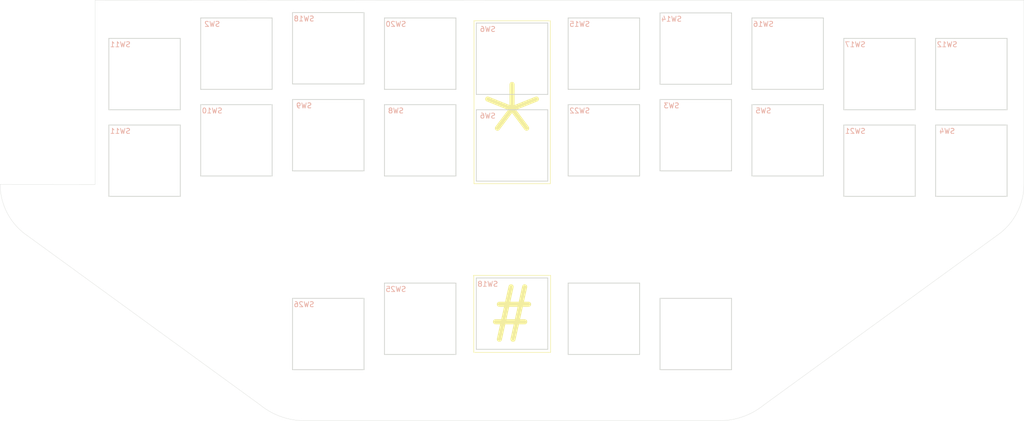
<source format=kicad_pcb>
(kicad_pcb (version 20171130) (host pcbnew 5.1.10)

  (general
    (thickness 1.6)
    (drawings 43)
    (tracks 0)
    (zones 0)
    (modules 25)
    (nets 1)
  )

  (page A4)
  (layers
    (0 F.Cu signal)
    (31 B.Cu signal)
    (32 B.Adhes user)
    (33 F.Adhes user)
    (34 B.Paste user)
    (35 F.Paste user)
    (36 B.SilkS user)
    (37 F.SilkS user hide)
    (38 B.Mask user)
    (39 F.Mask user)
    (40 Dwgs.User user hide)
    (41 Cmts.User user)
    (42 Eco1.User user)
    (43 Eco2.User user)
    (44 Edge.Cuts user)
    (45 Margin user)
    (46 B.CrtYd user)
    (47 F.CrtYd user)
    (48 B.Fab user)
    (49 F.Fab user)
  )

  (setup
    (last_trace_width 0.25)
    (trace_clearance 0.2)
    (zone_clearance 0.508)
    (zone_45_only no)
    (trace_min 0.2)
    (via_size 0.8)
    (via_drill 0.4)
    (via_min_size 0.4)
    (via_min_drill 0.3)
    (uvia_size 0.3)
    (uvia_drill 0.1)
    (uvias_allowed no)
    (uvia_min_size 0.2)
    (uvia_min_drill 0.1)
    (edge_width 0.05)
    (segment_width 0.2)
    (pcb_text_width 0.3)
    (pcb_text_size 1.5 1.5)
    (mod_edge_width 0.12)
    (mod_text_size 1 1)
    (mod_text_width 0.15)
    (pad_size 2.032 2.032)
    (pad_drill 1.27)
    (pad_to_mask_clearance 0)
    (aux_axis_origin 0 0)
    (visible_elements FFFFFF7F)
    (pcbplotparams
      (layerselection 0x010fc_ffffffff)
      (usegerberextensions false)
      (usegerberattributes true)
      (usegerberadvancedattributes true)
      (creategerberjobfile true)
      (excludeedgelayer true)
      (linewidth 0.100000)
      (plotframeref false)
      (viasonmask false)
      (mode 1)
      (useauxorigin false)
      (hpglpennumber 1)
      (hpglpenspeed 20)
      (hpglpendiameter 15.000000)
      (psnegative false)
      (psa4output false)
      (plotreference true)
      (plotvalue true)
      (plotinvisibletext false)
      (padsonsilk false)
      (subtractmaskfromsilk false)
      (outputformat 1)
      (mirror false)
      (drillshape 1)
      (scaleselection 1)
      (outputdirectory ""))
  )

  (net 0 "")

  (net_class Default "This is the default net class."
    (clearance 0.2)
    (trace_width 0.25)
    (via_dia 0.8)
    (via_drill 0.4)
    (uvia_dia 0.3)
    (uvia_drill 0.1)
  )

  (module Kailh:SW_PG1350_cut (layer F.Cu) (tedit 5F05DFF4) (tstamp 61804C4E)
    (at 133 91)
    (descr "Kailh \"Choc\" PG1350 keyswitch, able to be mounted on front or back of PCB")
    (tags kailh,choc)
    (path /6049F698)
    (fp_text reference SW6 (at 4.98 -5.69 180) (layer Dwgs.User) hide
      (effects (font (size 1 1) (thickness 0.15)))
    )
    (fp_text value SW_Push (at -0.07 8.17 180) (layer Dwgs.User) hide
      (effects (font (size 1 1) (thickness 0.15)))
    )
    (fp_text user %V (at 0 8.255) (layer B.Fab)
      (effects (font (size 1 1) (thickness 0.15)) (justify mirror))
    )
    (fp_text user %R (at -4.76 -5.8) (layer B.SilkS)
      (effects (font (size 1 1) (thickness 0.15)) (justify mirror))
    )
    (fp_line (start -7 -7) (end 7 -7) (layer Edge.Cuts) (width 0.15))
    (fp_line (start -7 7) (end 7 7) (layer Edge.Cuts) (width 0.15))
    (fp_line (start -7 7) (end -7 -7) (layer Edge.Cuts) (width 0.15))
    (fp_line (start 7 7) (end 7 -7) (layer Edge.Cuts) (width 0.15))
  )

  (module Kailh:SW_PG1350_cut (layer F.Cu) (tedit 5F05DFF4) (tstamp 618048F3)
    (at 133 124)
    (descr "Kailh \"Choc\" PG1350 keyswitch, able to be mounted on front or back of PCB")
    (tags kailh,choc)
    (path /6180ED95)
    (fp_text reference SW18 (at 4.98 -5.69 180) (layer Dwgs.User) hide
      (effects (font (size 1 1) (thickness 0.15)))
    )
    (fp_text value SW_Push (at -0.07 8.17 180) (layer Dwgs.User) hide
      (effects (font (size 1 1) (thickness 0.15)))
    )
    (fp_text user %V (at 0 8.255) (layer B.Fab)
      (effects (font (size 1 1) (thickness 0.15)) (justify mirror))
    )
    (fp_text user %R (at -4.76 -5.8) (layer B.SilkS)
      (effects (font (size 1 1) (thickness 0.15)) (justify mirror))
    )
    (fp_line (start -7 -7) (end 7 -7) (layer Edge.Cuts) (width 0.15))
    (fp_line (start -7 7) (end 7 7) (layer Edge.Cuts) (width 0.15))
    (fp_line (start -7 7) (end -7 -7) (layer Edge.Cuts) (width 0.15))
    (fp_line (start 7 7) (end 7 -7) (layer Edge.Cuts) (width 0.15))
  )

  (module Kailh:SW_PG1350_cut (layer F.Cu) (tedit 5F05DFF4) (tstamp 618048D0)
    (at 151 125)
    (descr "Kailh \"Choc\" PG1350 keyswitch, able to be mounted on front or back of PCB")
    (tags kailh,choc)
    (path /6180ED95)
    (fp_text reference SW24 (at 4.98 -5.69 180) (layer Dwgs.User) hide
      (effects (font (size 1 1) (thickness 0.15)))
    )
    (fp_text value SW_Push (at -0.07 8.17 180) (layer Dwgs.User) hide
      (effects (font (size 1 1) (thickness 0.15)))
    )
    (fp_text user %R (at 0 0 180) (layer F.Fab)
      (effects (font (size 1 1) (thickness 0.15)))
    )
    (fp_text user %V (at 0 8.255) (layer B.Fab)
      (effects (font (size 1 1) (thickness 0.15)) (justify mirror))
    )
    (fp_line (start -7 -7) (end 7 -7) (layer Edge.Cuts) (width 0.15))
    (fp_line (start -7 7) (end 7 7) (layer Edge.Cuts) (width 0.15))
    (fp_line (start -7 7) (end -7 -7) (layer Edge.Cuts) (width 0.15))
    (fp_line (start 7 7) (end 7 -7) (layer Edge.Cuts) (width 0.15))
  )

  (module Kailh:SW_PG1350_cut (layer F.Cu) (tedit 5F05DFF4) (tstamp 618048AD)
    (at 169 128)
    (descr "Kailh \"Choc\" PG1350 keyswitch, able to be mounted on front or back of PCB")
    (tags kailh,choc)
    (path /6180FB88)
    (fp_text reference SW23 (at 4.98 -5.69 180) (layer Dwgs.User) hide
      (effects (font (size 1 1) (thickness 0.15)))
    )
    (fp_text value SW_Push (at -0.07 8.17 180) (layer Dwgs.User) hide
      (effects (font (size 1 1) (thickness 0.15)))
    )
    (fp_text user %R (at 0 0 180) (layer F.Fab)
      (effects (font (size 1 1) (thickness 0.15)))
    )
    (fp_text user %V (at 0 8.255) (layer B.Fab)
      (effects (font (size 1 1) (thickness 0.15)) (justify mirror))
    )
    (fp_line (start -7 -7) (end 7 -7) (layer Edge.Cuts) (width 0.15))
    (fp_line (start -7 7) (end 7 7) (layer Edge.Cuts) (width 0.15))
    (fp_line (start -7 7) (end -7 -7) (layer Edge.Cuts) (width 0.15))
    (fp_line (start 7 7) (end 7 -7) (layer Edge.Cuts) (width 0.15))
  )

  (module Kailh:SW_PG1350_cut (layer F.Cu) (tedit 5F05DFF4) (tstamp 61807DD1)
    (at 61 94)
    (descr "Kailh \"Choc\" PG1350 keyswitch, able to be mounted on front or back of PCB")
    (tags kailh,choc)
    (path /604A6D66)
    (fp_text reference SW11 (at 4.98 -5.69 180) (layer Dwgs.User) hide
      (effects (font (size 1 1) (thickness 0.15)))
    )
    (fp_text value SW_Push (at -0.07 8.17 180) (layer Dwgs.User) hide
      (effects (font (size 1 1) (thickness 0.15)))
    )
    (fp_text user %V (at 0 8.255) (layer B.Fab)
      (effects (font (size 1 1) (thickness 0.15)) (justify mirror))
    )
    (fp_text user %R (at -4.76 -5.8) (layer B.SilkS)
      (effects (font (size 1 1) (thickness 0.15)) (justify mirror))
    )
    (fp_line (start -7 -7) (end 7 -7) (layer Edge.Cuts) (width 0.15))
    (fp_line (start -7 7) (end 7 7) (layer Edge.Cuts) (width 0.15))
    (fp_line (start -7 7) (end -7 -7) (layer Edge.Cuts) (width 0.15))
    (fp_line (start 7 7) (end 7 -7) (layer Edge.Cuts) (width 0.15))
  )

  (module Kailh:SW_PG1350_cut (layer F.Cu) (tedit 5F05DFF4) (tstamp 618069A0)
    (at 133 74)
    (descr "Kailh \"Choc\" PG1350 keyswitch, able to be mounted on front or back of PCB")
    (tags kailh,choc)
    (path /6049F698)
    (fp_text reference SW6 (at 4.98 -5.69 180) (layer Dwgs.User) hide
      (effects (font (size 1 1) (thickness 0.15)))
    )
    (fp_text value SW_Push (at -0.07 8.17 180) (layer Dwgs.User) hide
      (effects (font (size 1 1) (thickness 0.15)))
    )
    (fp_text user %V (at 0 8.255) (layer B.Fab)
      (effects (font (size 1 1) (thickness 0.15)) (justify mirror))
    )
    (fp_text user %R (at -4.76 -5.8) (layer B.SilkS)
      (effects (font (size 1 1) (thickness 0.15)) (justify mirror))
    )
    (fp_line (start -7 -7) (end 7 -7) (layer Edge.Cuts) (width 0.15))
    (fp_line (start -7 7) (end 7 7) (layer Edge.Cuts) (width 0.15))
    (fp_line (start -7 7) (end -7 -7) (layer Edge.Cuts) (width 0.15))
    (fp_line (start 7 7) (end 7 -7) (layer Edge.Cuts) (width 0.15))
  )

  (module Kailh:SW_PG1350_cut (layer F.Cu) (tedit 5F05DFF4) (tstamp 618067FA)
    (at 79 73)
    (descr "Kailh \"Choc\" PG1350 keyswitch, able to be mounted on front or back of PCB")
    (tags kailh,choc)
    (path /6049E323)
    (fp_text reference SW2 (at 4.98 -5.69 180) (layer Dwgs.User) hide
      (effects (font (size 1 1) (thickness 0.15)))
    )
    (fp_text value SW_Push (at -0.07 8.17 180) (layer Dwgs.User) hide
      (effects (font (size 1 1) (thickness 0.15)))
    )
    (fp_text user %V (at 0 8.255) (layer B.Fab)
      (effects (font (size 1 1) (thickness 0.15)) (justify mirror))
    )
    (fp_text user %R (at -4.76 -5.8) (layer B.SilkS)
      (effects (font (size 1 1) (thickness 0.15)) (justify mirror))
    )
    (fp_line (start -7 -7) (end 7 -7) (layer Edge.Cuts) (width 0.15))
    (fp_line (start -7 7) (end 7 7) (layer Edge.Cuts) (width 0.15))
    (fp_line (start -7 7) (end -7 -7) (layer Edge.Cuts) (width 0.15))
    (fp_line (start 7 7) (end 7 -7) (layer Edge.Cuts) (width 0.15))
  )

  (module Kailh:SW_PG1350_cut (layer F.Cu) (tedit 5F05DFF4) (tstamp 61804EE5)
    (at 97 128)
    (descr "Kailh \"Choc\" PG1350 keyswitch, able to be mounted on front or back of PCB")
    (tags kailh,choc)
    (path /6180D557)
    (fp_text reference SW26 (at 4.98 -5.69 180) (layer Dwgs.User) hide
      (effects (font (size 1 1) (thickness 0.15)))
    )
    (fp_text value SW_Push (at -0.07 8.17 180) (layer Dwgs.User) hide
      (effects (font (size 1 1) (thickness 0.15)))
    )
    (fp_text user %V (at 0 8.255) (layer B.Fab)
      (effects (font (size 1 1) (thickness 0.15)) (justify mirror))
    )
    (fp_text user %R (at -4.76 -5.8) (layer B.SilkS)
      (effects (font (size 1 1) (thickness 0.15)) (justify mirror))
    )
    (fp_line (start -7 -7) (end 7 -7) (layer Edge.Cuts) (width 0.15))
    (fp_line (start -7 7) (end 7 7) (layer Edge.Cuts) (width 0.15))
    (fp_line (start -7 7) (end -7 -7) (layer Edge.Cuts) (width 0.15))
    (fp_line (start 7 7) (end 7 -7) (layer Edge.Cuts) (width 0.15))
  )

  (module Kailh:SW_PG1350_cut (layer F.Cu) (tedit 5F05DFF4) (tstamp 61804EBE)
    (at 115 125)
    (descr "Kailh \"Choc\" PG1350 keyswitch, able to be mounted on front or back of PCB")
    (tags kailh,choc)
    (path /6180F603)
    (fp_text reference SW25 (at 4.98 -5.69 180) (layer Dwgs.User) hide
      (effects (font (size 1 1) (thickness 0.15)))
    )
    (fp_text value SW_Push (at -0.07 8.17 180) (layer Dwgs.User) hide
      (effects (font (size 1 1) (thickness 0.15)))
    )
    (fp_text user %V (at 0 8.255) (layer B.Fab)
      (effects (font (size 1 1) (thickness 0.15)) (justify mirror))
    )
    (fp_text user %R (at -4.76 -5.8) (layer B.SilkS)
      (effects (font (size 1 1) (thickness 0.15)) (justify mirror))
    )
    (fp_line (start -7 -7) (end 7 -7) (layer Edge.Cuts) (width 0.15))
    (fp_line (start -7 7) (end 7 7) (layer Edge.Cuts) (width 0.15))
    (fp_line (start -7 7) (end -7 -7) (layer Edge.Cuts) (width 0.15))
    (fp_line (start 7 7) (end 7 -7) (layer Edge.Cuts) (width 0.15))
  )

  (module Kailh:SW_PG1350_cut (layer F.Cu) (tedit 5F05DFF4) (tstamp 61804E49)
    (at 151 90)
    (descr "Kailh \"Choc\" PG1350 keyswitch, able to be mounted on front or back of PCB")
    (tags kailh,choc)
    (path /618103EE)
    (fp_text reference SW22 (at 4.98 -5.69 180) (layer Dwgs.User) hide
      (effects (font (size 1 1) (thickness 0.15)))
    )
    (fp_text value SW_Push (at -0.07 8.17 180) (layer Dwgs.User) hide
      (effects (font (size 1 1) (thickness 0.15)))
    )
    (fp_text user %V (at 0 8.255) (layer B.Fab)
      (effects (font (size 1 1) (thickness 0.15)) (justify mirror))
    )
    (fp_text user %R (at -4.76 -5.8) (layer B.SilkS)
      (effects (font (size 1 1) (thickness 0.15)) (justify mirror))
    )
    (fp_line (start -7 -7) (end 7 -7) (layer Edge.Cuts) (width 0.15))
    (fp_line (start -7 7) (end 7 7) (layer Edge.Cuts) (width 0.15))
    (fp_line (start -7 7) (end -7 -7) (layer Edge.Cuts) (width 0.15))
    (fp_line (start 7 7) (end 7 -7) (layer Edge.Cuts) (width 0.15))
  )

  (module Kailh:SW_PG1350_cut (layer F.Cu) (tedit 5F05DFF4) (tstamp 61804E22)
    (at 205 94)
    (descr "Kailh \"Choc\" PG1350 keyswitch, able to be mounted on front or back of PCB")
    (tags kailh,choc)
    (path /604A14CA)
    (fp_text reference SW21 (at 4.98 -5.69 180) (layer Dwgs.User) hide
      (effects (font (size 1 1) (thickness 0.15)))
    )
    (fp_text value SW_Push (at -0.07 8.17 180) (layer Dwgs.User) hide
      (effects (font (size 1 1) (thickness 0.15)))
    )
    (fp_text user %V (at 0 8.255) (layer B.Fab)
      (effects (font (size 1 1) (thickness 0.15)) (justify mirror))
    )
    (fp_text user %R (at -4.76 -5.8) (layer B.SilkS)
      (effects (font (size 1 1) (thickness 0.15)) (justify mirror))
    )
    (fp_line (start -7 -7) (end 7 -7) (layer Edge.Cuts) (width 0.15))
    (fp_line (start -7 7) (end 7 7) (layer Edge.Cuts) (width 0.15))
    (fp_line (start -7 7) (end -7 -7) (layer Edge.Cuts) (width 0.15))
    (fp_line (start 7 7) (end 7 -7) (layer Edge.Cuts) (width 0.15))
  )

  (module Kailh:SW_PG1350_cut (layer F.Cu) (tedit 5F05DFF4) (tstamp 61804DFB)
    (at 115 73)
    (descr "Kailh \"Choc\" PG1350 keyswitch, able to be mounted on front or back of PCB")
    (tags kailh,choc)
    (path /604A14C0)
    (fp_text reference SW20 (at 4.98 -5.69 180) (layer Dwgs.User) hide
      (effects (font (size 1 1) (thickness 0.15)))
    )
    (fp_text value SW_Push (at -0.07 8.17 180) (layer Dwgs.User) hide
      (effects (font (size 1 1) (thickness 0.15)))
    )
    (fp_text user %V (at 0 8.255) (layer B.Fab)
      (effects (font (size 1 1) (thickness 0.15)) (justify mirror))
    )
    (fp_text user %R (at -4.76 -5.8) (layer B.SilkS)
      (effects (font (size 1 1) (thickness 0.15)) (justify mirror))
    )
    (fp_line (start -7 -7) (end 7 -7) (layer Edge.Cuts) (width 0.15))
    (fp_line (start -7 7) (end 7 7) (layer Edge.Cuts) (width 0.15))
    (fp_line (start -7 7) (end -7 -7) (layer Edge.Cuts) (width 0.15))
    (fp_line (start 7 7) (end 7 -7) (layer Edge.Cuts) (width 0.15))
  )

  (module Kailh:SW_PG1350_cut (layer F.Cu) (tedit 5F05DFF4) (tstamp 61804DD4)
    (at 97 71.95)
    (descr "Kailh \"Choc\" PG1350 keyswitch, able to be mounted on front or back of PCB")
    (tags kailh,choc)
    (path /604BAF24)
    (fp_text reference SW18 (at 4.98 -5.69 180) (layer Dwgs.User) hide
      (effects (font (size 1 1) (thickness 0.15)))
    )
    (fp_text value SW_Push (at -0.07 8.17 180) (layer Dwgs.User) hide
      (effects (font (size 1 1) (thickness 0.15)))
    )
    (fp_text user %V (at 0 8.255) (layer B.Fab)
      (effects (font (size 1 1) (thickness 0.15)) (justify mirror))
    )
    (fp_text user %R (at -4.76 -5.8) (layer B.SilkS)
      (effects (font (size 1 1) (thickness 0.15)) (justify mirror))
    )
    (fp_line (start -7 -7) (end 7 -7) (layer Edge.Cuts) (width 0.15))
    (fp_line (start -7 7) (end 7 7) (layer Edge.Cuts) (width 0.15))
    (fp_line (start -7 7) (end -7 -7) (layer Edge.Cuts) (width 0.15))
    (fp_line (start 7 7) (end 7 -7) (layer Edge.Cuts) (width 0.15))
  )

  (module Kailh:SW_PG1350_cut (layer F.Cu) (tedit 5F05DFF4) (tstamp 61804DAD)
    (at 205 77)
    (descr "Kailh \"Choc\" PG1350 keyswitch, able to be mounted on front or back of PCB")
    (tags kailh,choc)
    (path /604BAF1A)
    (fp_text reference SW17 (at 4.98 -5.69 180) (layer Dwgs.User) hide
      (effects (font (size 1 1) (thickness 0.15)))
    )
    (fp_text value SW_Push (at -0.07 8.17 180) (layer Dwgs.User) hide
      (effects (font (size 1 1) (thickness 0.15)))
    )
    (fp_text user %V (at 0 8.255) (layer B.Fab)
      (effects (font (size 1 1) (thickness 0.15)) (justify mirror))
    )
    (fp_text user %R (at -4.76 -5.8) (layer B.SilkS)
      (effects (font (size 1 1) (thickness 0.15)) (justify mirror))
    )
    (fp_line (start -7 -7) (end 7 -7) (layer Edge.Cuts) (width 0.15))
    (fp_line (start -7 7) (end 7 7) (layer Edge.Cuts) (width 0.15))
    (fp_line (start -7 7) (end -7 -7) (layer Edge.Cuts) (width 0.15))
    (fp_line (start 7 7) (end 7 -7) (layer Edge.Cuts) (width 0.15))
  )

  (module Kailh:SW_PG1350_cut (layer F.Cu) (tedit 5F05DFF4) (tstamp 61804D86)
    (at 187 73)
    (descr "Kailh \"Choc\" PG1350 keyswitch, able to be mounted on front or back of PCB")
    (tags kailh,choc)
    (path /604BAF10)
    (fp_text reference SW16 (at 4.98 -5.69 180) (layer Dwgs.User) hide
      (effects (font (size 1 1) (thickness 0.15)))
    )
    (fp_text value SW_Push (at -0.07 8.17 180) (layer Dwgs.User) hide
      (effects (font (size 1 1) (thickness 0.15)))
    )
    (fp_text user %V (at 0 8.255) (layer B.Fab)
      (effects (font (size 1 1) (thickness 0.15)) (justify mirror))
    )
    (fp_text user %R (at -4.76 -5.8) (layer B.SilkS)
      (effects (font (size 1 1) (thickness 0.15)) (justify mirror))
    )
    (fp_line (start -7 -7) (end 7 -7) (layer Edge.Cuts) (width 0.15))
    (fp_line (start -7 7) (end 7 7) (layer Edge.Cuts) (width 0.15))
    (fp_line (start -7 7) (end -7 -7) (layer Edge.Cuts) (width 0.15))
    (fp_line (start 7 7) (end 7 -7) (layer Edge.Cuts) (width 0.15))
  )

  (module Kailh:SW_PG1350_cut (layer F.Cu) (tedit 5F05DFF4) (tstamp 61804D5F)
    (at 151 73)
    (descr "Kailh \"Choc\" PG1350 keyswitch, able to be mounted on front or back of PCB")
    (tags kailh,choc)
    (path /604BAF06)
    (fp_text reference SW15 (at 4.98 -5.69 180) (layer Dwgs.User) hide
      (effects (font (size 1 1) (thickness 0.15)))
    )
    (fp_text value SW_Push (at -0.07 8.17 180) (layer Dwgs.User) hide
      (effects (font (size 1 1) (thickness 0.15)))
    )
    (fp_text user %V (at 0 8.255) (layer B.Fab)
      (effects (font (size 1 1) (thickness 0.15)) (justify mirror))
    )
    (fp_text user %R (at -4.76 -5.8) (layer B.SilkS)
      (effects (font (size 1 1) (thickness 0.15)) (justify mirror))
    )
    (fp_line (start -7 -7) (end 7 -7) (layer Edge.Cuts) (width 0.15))
    (fp_line (start -7 7) (end 7 7) (layer Edge.Cuts) (width 0.15))
    (fp_line (start -7 7) (end -7 -7) (layer Edge.Cuts) (width 0.15))
    (fp_line (start 7 7) (end 7 -7) (layer Edge.Cuts) (width 0.15))
  )

  (module Kailh:SW_PG1350_cut (layer F.Cu) (tedit 5F05DFF4) (tstamp 61804D38)
    (at 169 72)
    (descr "Kailh \"Choc\" PG1350 keyswitch, able to be mounted on front or back of PCB")
    (tags kailh,choc)
    (path /604BAD64)
    (fp_text reference SW14 (at 4.98 -5.69 180) (layer Dwgs.User) hide
      (effects (font (size 1 1) (thickness 0.15)))
    )
    (fp_text value SW_Push (at -0.07 8.17 180) (layer Dwgs.User) hide
      (effects (font (size 1 1) (thickness 0.15)))
    )
    (fp_text user %V (at 0 8.255) (layer B.Fab)
      (effects (font (size 1 1) (thickness 0.15)) (justify mirror))
    )
    (fp_text user %R (at -4.76 -5.8) (layer B.SilkS)
      (effects (font (size 1 1) (thickness 0.15)) (justify mirror))
    )
    (fp_line (start -7 -7) (end 7 -7) (layer Edge.Cuts) (width 0.15))
    (fp_line (start -7 7) (end 7 7) (layer Edge.Cuts) (width 0.15))
    (fp_line (start -7 7) (end -7 -7) (layer Edge.Cuts) (width 0.15))
    (fp_line (start 7 7) (end 7 -7) (layer Edge.Cuts) (width 0.15))
  )

  (module Kailh:SW_PG1350_cut (layer F.Cu) (tedit 5F05DFF4) (tstamp 61804D11)
    (at 223 77)
    (descr "Kailh \"Choc\" PG1350 keyswitch, able to be mounted on front or back of PCB")
    (tags kailh,choc)
    (path /604A6D70)
    (fp_text reference SW12 (at 4.98 -5.69 180) (layer Dwgs.User) hide
      (effects (font (size 1 1) (thickness 0.15)))
    )
    (fp_text value SW_Push (at -0.07 8.17 180) (layer Dwgs.User) hide
      (effects (font (size 1 1) (thickness 0.15)))
    )
    (fp_text user %V (at 0 8.255) (layer B.Fab)
      (effects (font (size 1 1) (thickness 0.15)) (justify mirror))
    )
    (fp_text user %R (at -4.76 -5.8) (layer B.SilkS)
      (effects (font (size 1 1) (thickness 0.15)) (justify mirror))
    )
    (fp_line (start -7 -7) (end 7 -7) (layer Edge.Cuts) (width 0.15))
    (fp_line (start -7 7) (end 7 7) (layer Edge.Cuts) (width 0.15))
    (fp_line (start -7 7) (end -7 -7) (layer Edge.Cuts) (width 0.15))
    (fp_line (start 7 7) (end 7 -7) (layer Edge.Cuts) (width 0.15))
  )

  (module Kailh:SW_PG1350_cut (layer F.Cu) (tedit 5F05DFF4) (tstamp 61804CEA)
    (at 61 77)
    (descr "Kailh \"Choc\" PG1350 keyswitch, able to be mounted on front or back of PCB")
    (tags kailh,choc)
    (path /604A6D66)
    (fp_text reference SW11 (at 4.98 -5.69 180) (layer Dwgs.User) hide
      (effects (font (size 1 1) (thickness 0.15)))
    )
    (fp_text value SW_Push (at -0.07 8.17 180) (layer Dwgs.User) hide
      (effects (font (size 1 1) (thickness 0.15)))
    )
    (fp_text user %V (at 0 8.255) (layer B.Fab)
      (effects (font (size 1 1) (thickness 0.15)) (justify mirror))
    )
    (fp_text user %R (at -4.76 -5.8) (layer B.SilkS)
      (effects (font (size 1 1) (thickness 0.15)) (justify mirror))
    )
    (fp_line (start -7 -7) (end 7 -7) (layer Edge.Cuts) (width 0.15))
    (fp_line (start -7 7) (end 7 7) (layer Edge.Cuts) (width 0.15))
    (fp_line (start -7 7) (end -7 -7) (layer Edge.Cuts) (width 0.15))
    (fp_line (start 7 7) (end 7 -7) (layer Edge.Cuts) (width 0.15))
  )

  (module Kailh:SW_PG1350_cut (layer F.Cu) (tedit 5F05DFF4) (tstamp 61804CC3)
    (at 79 90)
    (descr "Kailh \"Choc\" PG1350 keyswitch, able to be mounted on front or back of PCB")
    (tags kailh,choc)
    (path /604A6D5C)
    (fp_text reference SW10 (at 4.98 -5.69 180) (layer Dwgs.User) hide
      (effects (font (size 1 1) (thickness 0.15)))
    )
    (fp_text value SW_Push (at -0.07 8.17 180) (layer Dwgs.User) hide
      (effects (font (size 1 1) (thickness 0.15)))
    )
    (fp_text user %V (at 0 8.255) (layer B.Fab)
      (effects (font (size 1 1) (thickness 0.15)) (justify mirror))
    )
    (fp_text user %R (at -4.76 -5.8) (layer B.SilkS)
      (effects (font (size 1 1) (thickness 0.15)) (justify mirror))
    )
    (fp_line (start -7 -7) (end 7 -7) (layer Edge.Cuts) (width 0.15))
    (fp_line (start -7 7) (end 7 7) (layer Edge.Cuts) (width 0.15))
    (fp_line (start -7 7) (end -7 -7) (layer Edge.Cuts) (width 0.15))
    (fp_line (start 7 7) (end 7 -7) (layer Edge.Cuts) (width 0.15))
  )

  (module Kailh:SW_PG1350_cut (layer F.Cu) (tedit 5F05DFF4) (tstamp 61804C9C)
    (at 97 89)
    (descr "Kailh \"Choc\" PG1350 keyswitch, able to be mounted on front or back of PCB")
    (tags kailh,choc)
    (path /604A6D52)
    (fp_text reference SW9 (at 4.98 -5.69 180) (layer Dwgs.User) hide
      (effects (font (size 1 1) (thickness 0.15)))
    )
    (fp_text value SW_Push (at -0.07 8.17 180) (layer Dwgs.User) hide
      (effects (font (size 1 1) (thickness 0.15)))
    )
    (fp_text user %V (at 0 8.255) (layer B.Fab)
      (effects (font (size 1 1) (thickness 0.15)) (justify mirror))
    )
    (fp_text user %R (at -4.76 -5.8) (layer B.SilkS)
      (effects (font (size 1 1) (thickness 0.15)) (justify mirror))
    )
    (fp_line (start -7 -7) (end 7 -7) (layer Edge.Cuts) (width 0.15))
    (fp_line (start -7 7) (end 7 7) (layer Edge.Cuts) (width 0.15))
    (fp_line (start -7 7) (end -7 -7) (layer Edge.Cuts) (width 0.15))
    (fp_line (start 7 7) (end 7 -7) (layer Edge.Cuts) (width 0.15))
  )

  (module Kailh:SW_PG1350_cut (layer F.Cu) (tedit 5F05DFF4) (tstamp 61804C27)
    (at 187 90)
    (descr "Kailh \"Choc\" PG1350 keyswitch, able to be mounted on front or back of PCB")
    (tags kailh,choc)
    (path /6049F636)
    (fp_text reference SW5 (at 4.98 -5.69 180) (layer Dwgs.User) hide
      (effects (font (size 1 1) (thickness 0.15)))
    )
    (fp_text value SW_Push (at -0.07 8.17 180) (layer Dwgs.User) hide
      (effects (font (size 1 1) (thickness 0.15)))
    )
    (fp_text user %V (at 0 8.255) (layer B.Fab)
      (effects (font (size 1 1) (thickness 0.15)) (justify mirror))
    )
    (fp_text user %R (at -4.76 -5.8) (layer B.SilkS)
      (effects (font (size 1 1) (thickness 0.15)) (justify mirror))
    )
    (fp_line (start -7 -7) (end 7 -7) (layer Edge.Cuts) (width 0.15))
    (fp_line (start -7 7) (end 7 7) (layer Edge.Cuts) (width 0.15))
    (fp_line (start -7 7) (end -7 -7) (layer Edge.Cuts) (width 0.15))
    (fp_line (start 7 7) (end 7 -7) (layer Edge.Cuts) (width 0.15))
  )

  (module Kailh:SW_PG1350_cut (layer F.Cu) (tedit 5F05DFF4) (tstamp 61804C00)
    (at 223 94)
    (descr "Kailh \"Choc\" PG1350 keyswitch, able to be mounted on front or back of PCB")
    (tags kailh,choc)
    (path /6049EB70)
    (fp_text reference SW4 (at 4.98 -5.69 180) (layer Dwgs.User) hide
      (effects (font (size 1 1) (thickness 0.15)))
    )
    (fp_text value SW_Push (at -0.07 8.17 180) (layer Dwgs.User) hide
      (effects (font (size 1 1) (thickness 0.15)))
    )
    (fp_text user %V (at 0 8.255) (layer B.Fab)
      (effects (font (size 1 1) (thickness 0.15)) (justify mirror))
    )
    (fp_text user %R (at -4.76 -5.8) (layer B.SilkS)
      (effects (font (size 1 1) (thickness 0.15)) (justify mirror))
    )
    (fp_line (start -7 -7) (end 7 -7) (layer Edge.Cuts) (width 0.15))
    (fp_line (start -7 7) (end 7 7) (layer Edge.Cuts) (width 0.15))
    (fp_line (start -7 7) (end -7 -7) (layer Edge.Cuts) (width 0.15))
    (fp_line (start 7 7) (end 7 -7) (layer Edge.Cuts) (width 0.15))
  )

  (module Kailh:SW_PG1350_cut (layer F.Cu) (tedit 5F05DFF4) (tstamp 61804BD9)
    (at 169 89)
    (descr "Kailh \"Choc\" PG1350 keyswitch, able to be mounted on front or back of PCB")
    (tags kailh,choc)
    (path /6049E7C0)
    (fp_text reference SW3 (at 4.98 -5.69 180) (layer Dwgs.User) hide
      (effects (font (size 1 1) (thickness 0.15)))
    )
    (fp_text value SW_Push (at -0.07 8.17 180) (layer Dwgs.User) hide
      (effects (font (size 1 1) (thickness 0.15)))
    )
    (fp_text user %V (at 0 8.255) (layer B.Fab)
      (effects (font (size 1 1) (thickness 0.15)) (justify mirror))
    )
    (fp_text user %R (at -4.76 -5.8) (layer B.SilkS)
      (effects (font (size 1 1) (thickness 0.15)) (justify mirror))
    )
    (fp_line (start -7 -7) (end 7 -7) (layer Edge.Cuts) (width 0.15))
    (fp_line (start -7 7) (end 7 7) (layer Edge.Cuts) (width 0.15))
    (fp_line (start -7 7) (end -7 -7) (layer Edge.Cuts) (width 0.15))
    (fp_line (start 7 7) (end 7 -7) (layer Edge.Cuts) (width 0.15))
  )

  (module Kailh:SW_PG1350_cut (layer F.Cu) (tedit 5F05DFF4) (tstamp 61804C75)
    (at 115 90)
    (descr "Kailh \"Choc\" PG1350 keyswitch, able to be mounted on front or back of PCB")
    (tags kailh,choc)
    (path /604A6C6C)
    (fp_text reference SW8 (at 4.98 -5.69 180) (layer Dwgs.User) hide
      (effects (font (size 1 1) (thickness 0.15)))
    )
    (fp_text value SW_Push (at -0.07 8.17 180) (layer Dwgs.User) hide
      (effects (font (size 1 1) (thickness 0.15)))
    )
    (fp_text user %V (at 0 8.255) (layer B.Fab)
      (effects (font (size 1 1) (thickness 0.15)) (justify mirror))
    )
    (fp_text user %R (at -4.76 -5.8) (layer B.SilkS)
      (effects (font (size 1 1) (thickness 0.15)) (justify mirror))
    )
    (fp_line (start -7 -7) (end 7 -7) (layer Edge.Cuts) (width 0.15))
    (fp_line (start -7 7) (end 7 7) (layer Edge.Cuts) (width 0.15))
    (fp_line (start -7 7) (end -7 -7) (layer Edge.Cuts) (width 0.15))
    (fp_line (start 7 7) (end 7 -7) (layer Edge.Cuts) (width 0.15))
  )

  (gr_line (start 51.3 98.65) (end 51.3 62.55) (layer Edge.Cuts) (width 0.05) (tstamp 61854ABC))
  (gr_text "#" (at 133 123.85) (layer F.SilkS) (tstamp 61852CF3)
    (effects (font (size 8 8) (thickness 1)))
  )
  (gr_text * (at 133 89.85) (layer F.SilkS)
    (effects (font (size 20 20) (thickness 1)))
  )
  (gr_line (start 125.45 116.5) (end 125.45 116.55) (layer F.SilkS) (width 0.12))
  (gr_line (start 140.55 116.5) (end 125.45 116.5) (layer F.SilkS) (width 0.12))
  (gr_line (start 140.55 131.6) (end 140.55 116.5) (layer F.SilkS) (width 0.12))
  (gr_line (start 125.5 131.6) (end 140.55 131.6) (layer F.SilkS) (width 0.12))
  (gr_line (start 125.5 116.5) (end 125.5 131.6) (layer F.SilkS) (width 0.12))
  (gr_line (start 140.5 66.55) (end 125.55 66.55) (layer F.SilkS) (width 0.12))
  (gr_line (start 140.5 98.5) (end 140.5 66.55) (layer F.SilkS) (width 0.12))
  (gr_line (start 125.55 98.5) (end 140.5 98.5) (layer F.SilkS) (width 0.12))
  (gr_line (start 125.55 66.5) (end 125.55 98.5) (layer F.SilkS) (width 0.12))
  (gr_line (start 233.3 62.5) (end 233.299999 98.641004) (layer Edge.Cuts) (width 0.05) (tstamp 61851C20))
  (gr_arc (start 221.05 98.591005) (end 233.299999 98.641004) (angle 55.37666836) (layer Edge.Cuts) (width 0.05) (tstamp 61851C1F))
  (gr_arc (start 173.630249 131.164891) (end 182.3996 141.867112) (angle 38.6280761) (layer Edge.Cuts) (width 0.05) (tstamp 61851C1E))
  (gr_line (start 132.95 62.5) (end 233.3 62.5) (layer Edge.Cuts) (width 0.05) (tstamp 61851C1D))
  (gr_line (start 173.8 145) (end 133 145) (layer Edge.Cuts) (width 0.05) (tstamp 61851C1C))
  (gr_line (start 227.969046 108.7) (end 182.3996 141.867112) (layer Edge.Cuts) (width 0.05) (tstamp 61851C1B))
  (gr_line (start 124.05 64.8) (end 124.45 64.8) (layer Dwgs.User) (width 0.15))
  (gr_line (start 141.95 64) (end 124.05 64.8) (layer Dwgs.User) (width 0.15))
  (gr_line (start 141.35 100.95) (end 141.95 64) (layer Dwgs.User) (width 0.15))
  (gr_line (start 123.85 102.1) (end 141.35 100.95) (layer Dwgs.User) (width 0.15))
  (gr_line (start 124.05 64.7) (end 123.85 102.1) (layer Dwgs.User) (width 0.15))
  (gr_arc (start 92.369751 131.164891) (end 83.6004 141.867112) (angle -38.6280761) (layer Edge.Cuts) (width 0.05))
  (gr_arc (start 44.95 98.591005) (end 32.700001 98.641004) (angle -55.37666836) (layer Edge.Cuts) (width 0.05))
  (gr_line (start 131 42.45) (end 131 144.45) (layer Dwgs.User) (width 0.15))
  (gr_line (start 196.25 65.3) (end 63.9 65.35) (layer Dwgs.User) (width 0.15))
  (gr_line (start 135.1 141.85) (end 129.35 141.85) (layer Dwgs.User) (width 0.15) (tstamp 61806AF5))
  (gr_line (start 111.5 141.95) (end 105.75 141.95) (layer Dwgs.User) (width 0.15))
  (gr_line (start 92.2 145) (end 133 145) (layer Edge.Cuts) (width 0.05) (tstamp 61802590))
  (gr_line (start 38.030954 108.7) (end 83.6004 141.867112) (layer Edge.Cuts) (width 0.05) (tstamp 6180258F))
  (gr_line (start 24.1 106.9) (end 24.05 106.9) (layer Dwgs.User) (width 0.15))
  (gr_line (start 132.95 62.5) (end 51.3 62.55) (layer Edge.Cuts) (width 0.05))
  (gr_line (start 51.3 98.65) (end 32.700001 98.641004) (layer Edge.Cuts) (width 0.05))
  (gr_line (start 138.43 80.772) (end 138.43 81.534) (layer Dwgs.User) (width 0.15) (tstamp 61809558))
  (gr_line (start 141.986 80.772) (end 138.43 80.772) (layer Dwgs.User) (width 0.15) (tstamp 61809557))
  (gr_line (start 120.142 80.772) (end 120.142 81.534) (layer Dwgs.User) (width 0.15))
  (gr_line (start 116.586 80.772) (end 120.142 80.772) (layer Dwgs.User) (width 0.15))
  (gr_line (start 102.87 93.726) (end 149.352 93.726) (layer Dwgs.User) (width 0.15) (tstamp 61808D3A))
  (gr_line (start -5.08 149.352) (end 247.396 149.352) (layer Dwgs.User) (width 0.15) (tstamp 61808A20))
  (gr_line (start 269.748 114.554) (end 275.844 103.886) (layer Dwgs.User) (width 0.15))
  (gr_line (start 16.51 114.554) (end 269.748 114.554) (layer Dwgs.User) (width 0.15))
  (gr_line (start 113.538 114.554) (end 16.51 114.554) (layer Dwgs.User) (width 0.15))

)

</source>
